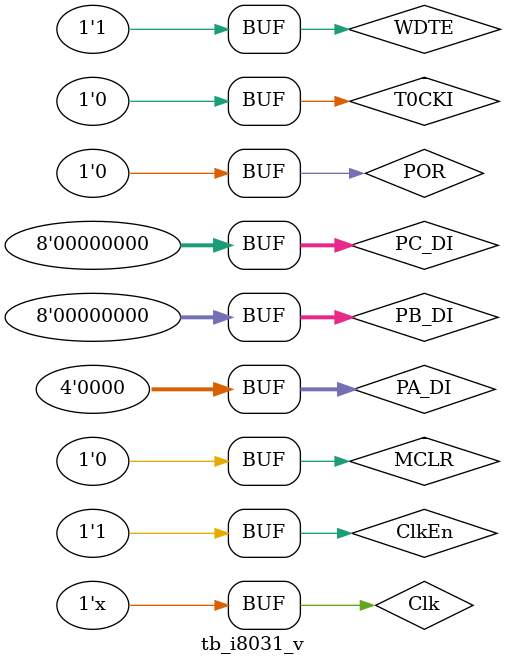
<source format=v>

`timescale 1ns / 1ps


module tb_i8031_v;

	// UUT Module Ports
	reg     POR;

	reg     Clk;
	reg     ClkEn;

	wire    [11:0] PC;
	reg     [11:0] IR;

	wire    [3:0] TRISA;
	wire    [3:0] PORTA;
	reg     [3:0] PA_DI;
 
    wire    [7:0] TRISB;
	wire    [7:0] PORTB;
	reg     [7:0] PB_DI;

	wire    [7:0] TRISC;
	wire    [7:0] PORTC;
	reg     [7:0] PC_DI;

	reg     MCLR;
	reg     T0CKI;
	reg     WDTE;

	// UUT Module Test Ports
    
	wire    Err;
	
    wire    [5:0] OPTION;

    wire    [ 8:0] dIR;
	wire    [11:0] ALU_Op;
	wire    [ 8:0] KI;
	wire    Skip;

 	wire    [11:0] TOS;
	wire    [11:0] NOS;

	wire    [7:0] W;

	wire    [6:0] FA;
	wire    [7:0] DO;
	wire    [7:0] DI;

	wire    [7:0] TMR0;
	wire    [7:0] FSR;
	wire    [7:0] STATUS;
	
    wire    T0CKI_Pls;
	
    wire    WDTClr;
	wire    [9:0] WDT;
	wire    WDT_TC;
	wire    WDT_TO;
	
    wire    [7:0] PSCntr;
	wire    PSC_Pls;
    
	// Instantiate the Unit Under Test (UUT)
	PIC16C57 #(.WDT_Size(10))
             uut (.POR(POR), 
                  .Clk(Clk), 
                  .ClkEn(ClkEn), 
                  .PC(PC), 
                  .IR(IR), 
                  .TRISA(TRISA), 
                  .PORTA(PORTA), 
                  .PA_DI(PA_DI), 
                  .TRISB(TRISB), 
                  .PORTB(PORTB), 
                  .PB_DI(PB_DI), 
                  .TRISC(TRISC), 
                  .PORTC(PORTC), 
                  .PC_DI(PC_DI), 
                  .MCLR(MCLR), 
                  .T0CKI(T0CKI), 
                  .WDTE(WDTE), 
                  .Err(Err), 
                  .OPTION(OPTION), 
                  .dIR(dIR), 
                  .ALU_Op(ALU_Op), 
                  .KI(KI), 
                  .Skip(Skip), 
                  .TOS(TOS), 
                  .NOS(NOS), 
                  .W(W), 
                  .FA(FA), 
                  .DO(DO), 
                  .DI(DI), 
                  .TMR0(TMR0), 
                  .FSR(FSR), 
                  .STATUS(STATUS), 
                  .T0CKI_Pls(T0CKI_Pls), 
                  .WDTClr(WDTClr), 
                  .WDT(WDT), 
                  .WDT_TC(WDT_TC), 
                  .WDT_TO(WDT_TO), 
                  .PSCntr(PSCntr), 
                  .PSC_Pls(PSC_Pls));

	initial begin
		// Initialize Inputs
		POR     = 1;
		Clk     = 1;
        ClkEn   = 1;
		IR      = 0;
		PA_DI   = 0;
		PB_DI   = 0;
		PC_DI   = 0;
		MCLR    = 0;
		T0CKI   = 0;
		WDTE    = 1;

		// Wait 100 ns for global reset to finish
		#101;

        POR = 0;
//        ClkEn = 1;

        #899;
        
	end
    
    always #5 Clk = ~Clk;
    
//    always @(posedge Clk)
//    begin
//        if(POR)
//            #1 ClkEn <= 0;
//        else
//            #1 ClkEn <= ~ClkEn;
//    end
    
    // Test Program ROM
      
    always @(PC or POR)
    begin
        if(POR)
            IR <= 12'b0000_0000_0000;    // NOP             ;; No Operation
        else 
            case(PC[11:0])
                12'h000 : IR = 12'b0111_0110_0011;   // BTFSS   0x03,3  ;; Test PD (STATUS.3), if set, not SLEEP restart
                12'h001 : IR = 12'b1010_0011_0000;   // GOTO    0x030   ;; SLEEP restart, continue test program
                12'h002 : IR = 12'b1100_0000_0111;   // MOVLW   0x07    ;; load OPTION
                12'h003 : IR = 12'b0000_0000_0010;   // OPTION
                12'h004 : IR = 12'b0000_0100_0000;   // CLRW            ;; clear working register
                12'h005 : IR = 12'b0000_0000_0101;   // TRISA           ;; load W into port control registers
                12'h006 : IR = 12'b0000_0000_0110;   // TRISB
                12'h007 : IR = 12'b0000_0000_0111;   // TRISC
                12'h008 : IR = 12'b1010_0000_1010;   // GOTO    0x00A   ;; Test GOTO
                12'h009 : IR = 12'b1100_1111_1111;   // MOVLW   0xFF    ;; instruction should be skipped
                12'h00A : IR = 12'b1001_0000_1101;   // CALL    0x0D    ;; Test CALL
                12'h00B : IR = 12'b0000_0010_0010;   // MOVWF   0x02    ;; Test Computed GOTO, Load PCL with W
                12'h00C : IR = 12'b0000_0000_0000;   // NOP             ;; No Operation
                12'h00D : IR = 12'b1000_0000_1110;   // RETLW   0x0E    ;; Test RETLW, return 0x0E in W
                12'h00E : IR = 12'b1100_0000_1001;   // MOVLW   0x09    ;; starting RAM + 1
                12'h00F : IR = 12'b0000_0010_0100;   // MOVWF   0x04    ;; indirect address register (FSR)
//
                12'h010 : IR = 12'b1100_0001_0111;   // MOVLW   0x17    ;; internal RAM count - 1
                12'h011 : IR = 12'b0000_0010_1000;   // MOVWF   0x08    ;; loop counter
                12'h012 : IR = 12'b0000_0100_0000;   // CLRW            ;; zero working register
                12'h013 : IR = 12'b0000_0010_0000;   // MOVWF   0x00    ;; clear RAM indirectly
                12'h014 : IR = 12'b0010_1010_0100;   // INCF    0x04,1  ;; increment FSR
                12'h015 : IR = 12'b0010_1110_1000;   // DECFSZ  0x08,1  ;; decrement loop counter
                12'h016 : IR = 12'b1010_0001_0011;   // GOTO    0x013   ;; loop until loop counter == 0
                12'h017 : IR = 12'b1100_0000_1001;   // MOVLW   0x09    ;; starting RAM + 1
                12'h018 : IR = 12'b0000_0010_0100;   // MOVWF   0x04    ;; reload FSR
                12'h019 : IR = 12'b1100_1110_1001;   // MOVLW   0xE9    ;; set loop counter to 256 - 23
                12'h01A : IR = 12'b0000_0010_1000;   // MOVWF   0x08
                12'h01B : IR = 12'b0010_0000_0000;   // MOVF    0x00,0  ;; read memory into W 
                12'h01C : IR = 12'b0011_1110_1000;   // INCFSZ  0x08,1  ;; increment counter loop until 0
                12'h01D : IR = 12'b1010_0001_1011;   // GOTO    0x01B   ;; loop    
                12'h01E : IR = 12'b0000_0000_0100;   // CLRWDT          ;; clear WDT
                12'h01F : IR = 12'b0000_0110_1000;   // CLRF    0x08    ;; Clear Memory Location 0x08
//
                12'h020 : IR = 12'b0010_0110_1000;   // DECF    0x08,1  ;; Decrement Memory Location 0x08
                12'h021 : IR = 12'b0001_1100_1000;   // ADDWF   0x08,0  ;; Add Memory Location 0x08 to W, Store in W
                12'h022 : IR = 12'b0000_1010_1000;   // SUBWF   0x08,1  ;; Subtract Memory Location 0x08
                12'h023 : IR = 12'b0011_0110_1000;   // RLF     0x08,1  ;; Rotate Memory Location 0x08
                12'h024 : IR = 12'b0011_0010_1000;   // RRF     0x08,1  ;; Rotate Memory Location
                12'h025 : IR = 12'b1100_0110_1001;   // MOVLW   0x69    ;; Load W with test pattern: W <= 0x69
                12'h026 : IR = 12'b0000_0010_1000;   // MOVWF   0x08    ;; Initialize Memory with test pattern
                12'h027 : IR = 12'b0011_1010_1000;   // SWAPF   0x08,1  ;; Test SWAPF: (0x08) <= 0x96 
                12'h028 : IR = 12'b0001_0010_1000;   // IORWF   0x08,1  ;; Test IORWF: (0x08) <= 0x69 | 0x96 
                12'h029 : IR = 12'b0001_0110_1000;   // ANDWF   0x08,1  ;; Test ANDWF: (0x08) <= 0x69 & 0xFF
                12'h02A : IR = 12'b0001_1010_1000;   // XORWF   0x08,1  :: Test XORWF: (0x08) <= 0x69 ^ 0x69
                12'h02B : IR = 12'b0010_0110_1000;   // COMF    0x08    ;; Test COMF:  (0x08) <= ~0x00  
                12'h02C : IR = 12'b1101_1001_0110;   // IORLW   0x96    ;; Test IORLW:      W <= 0x69 | 0x96
                12'h02D : IR = 12'b1110_0110_1001;   // ANDLW   0x69    ;; Test ANDLW:      W <= 0xFF & 0x69
                12'h02E : IR = 12'b1111_0110_1001;   // XORLW   0x69    ;; Test XORLW:      W <= 0x69 ^ 0x69
                12'h02F : IR = 12'b0000_0000_0011;   // SLEEP           ;; Stop Execution of test program: HALT
//
                12'h030 : IR = 12'b0000_0000_0100;   // CLRWDT          ;; Detected SLEEP restart, Clr WDT to reset PD
                12'h031 : IR = 12'b0110_0110_0011;   // BTFSC   0x03,3  ;; Check STATUS.3, skip if ~PD clear
                12'h032 : IR = 12'b1010_0011_0100;   // GOTO    0x034   ;; ~PD is set, CLRWDT cleared PD
                12'h033 : IR = 12'b1010_0011_0011;   // GOTO    0x033   ;; ERROR: hold here on error
                12'h034 : IR = 12'b1100_0001_0000;   // MOVLW   0x10    ;; Load FSR with non-banked RAM address
                12'h035 : IR = 12'b0000_0010_0100;   // MOVWF   0x04    ;; Initialize FSR for Bit Processor Tests
                12'h036 : IR = 12'b0000_0110_0000;   // CLRF    0x00    ;; Clear non-banked RAM location using INDF
                12'h037 : IR = 12'b0101_0000_0011;   // BSF     0x03,0  ;; Set   STATUS.0 (C) bit 
                12'h038 : IR = 12'b0100_0010_0011;   // BCF     0x03,1  ;; Clear STATUS.1 (DC) bit
                12'h039 : IR = 12'b0100_0100_0011;   // BCF     0x03,2  ;; Clear STATUS.2 (Z) bit
                12'h03A : IR = 12'b0010_0000_0011;   // MOVF    0x03,0  ;; Load W with STATUS
                12'h03B : IR = 12'b0011_0000_0000;   // RRF     0x00,0  ;; Rotate Right RAM location: C <= 0,      W <= 0x80
                12'h03C : IR = 12'b0011_0110_0000;   // RLF     0x00,0  ;; Rotate Left  RAM location: C <= 0, (INDF) <= 0x00
                12'h03D : IR = 12'b0000_0010_0000;   // MOVWF   0x00    ;; Write result back to RAM: (INDF) <= 0x80
                12'h03E : IR = 12'b0000_0010_0001;   // MOVWF   0x01    ;; Write to TMR0, clear Prescaler
                12'h03F : IR = 12'b1010_0000_0000;   // GOTO    0x000   ;; Restart Program
//
                default : IR = 12'b0000_0000_0000;   // NOP             ;; Reset Vector: Jump 0x000 (Start)
            endcase
    end
    
endmodule


</source>
